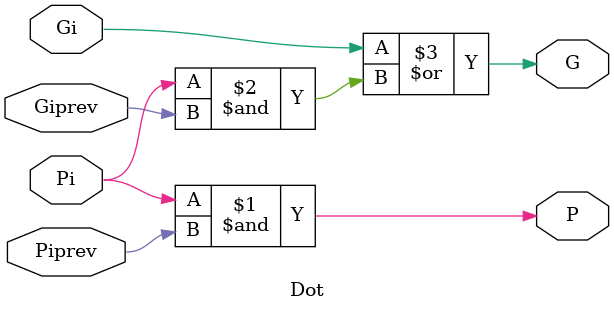
<source format=v>
`timescale 1ns / 1ps
module Dot(
	input  Gi,
	input  Pi,
	input  Giprev,
	input  Piprev,
	output G,
	output P
    );

	assign P = Pi & Piprev ;
	assign G = Gi | (Pi & Giprev);
	
endmodule

</source>
